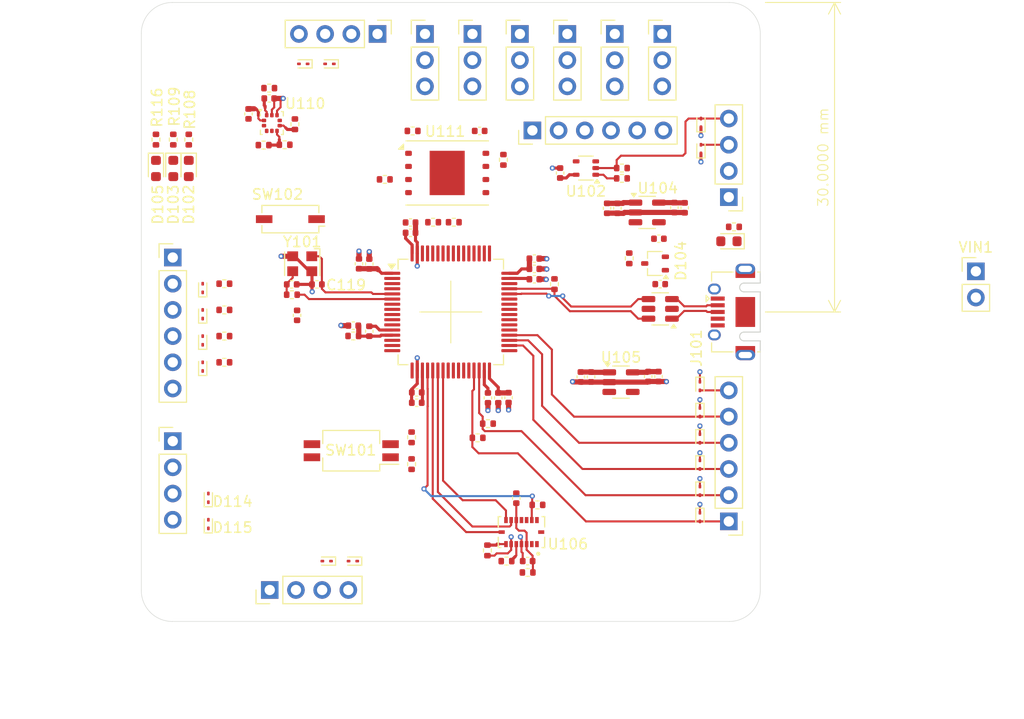
<source format=kicad_pcb>
(kicad_pcb (version 20240108) (generator "pcbnew") (generator_version "8.0")
  (layers (0 "F.Cu" signal) (1 "In1.Cu" signal) (2 "In2.Cu" signal) (31 "B.Cu" signal) (34 "B.Paste" user) (35 "F.Paste" user) (36 "B.SilkS" user "B.Silkscreen") (37 "F.SilkS" user "F.Silkscreen") (38 "B.Mask" user) (39 "F.Mask" user) (44 "Edge.Cuts" user))
  (net 0 "")
  (net 1 "VCC")
  (net 2 "GND")
  (net 3 "Net-(U101-VCAP_1)")
  (net 4 "Net-(U101-VCAP_2)")
  (net 5 "Net-(U104-BP)")
  (net 6 "VCC_ANA")
  (net 7 "VCC_UNREG")
  (net 8 "/UART1_TX")
  (net 9 "/NRST")
  (net 10 "/SWDIO")
  (net 11 "/SWDCLK")
  (net 12 "/Power Circuit/USB_PWR")
  (net 14 "Net-(U106-VDD)")
  (net 15 "/UART1_RX")
  (net 16 "/HSE_IN")
  (net 17 "/I2C1_SCL")
  (net 18 "/I2C1_SDA")
  (net 19 "Net-(U110-VDD)")
  (net 20 "/TIM1_CH1")
  (net 21 "/S_BUS_INV")
  (net 22 "/UART2_RX")
  (net 23 "/UART2_TX")
  (net 24 "/UART4_RX")
  (net 25 "/UART4_TX")
  (net 26 "Net-(Y101-CLK)")
  (net 27 "Net-(D104-Pad3)")
  (net 28 "/Power Circuit/USB_CONN_D-")
  (net 29 "/Power Circuit/USB_CONN_D+")
  (net 30 "/TIM8_CH1")
  (net 31 "/I2C2_SCL")
  (net 32 "/Flash_CS")
  (net 33 "/BOOT0")
  (net 34 "/TIM8_CH4")
  (net 35 "/BOOT1")
  (net 36 "/LED_A")
  (net 37 "/LED_B")
  (net 38 "/USB_D_N")
  (net 39 "/USB_D_P")
  (net 40 "/I2C2_SDA")
  (net 41 "/TIM4_CH3")
  (net 42 "Net-(U110-SA0)")
  (net 43 "Net-(U110-~{CS})")
  (net 44 "/TIM8_CH3")
  (net 45 "/SPI3_SCK")
  (net 46 "/SPI3_MISO")
  (net 47 "/TIM4_CH4")
  (net 48 "/Pressure_INT_DRDY")
  (net 49 "/UART3_TX")
  (net 50 "/SPI2_MISO")
  (net 51 "/SPI3_MOSI")
  (net 52 "/TIM8_CH2")
  (net 53 "/UART3_RX")
  (net 54 "/SPI2_SCK")
  (net 55 "/SPI2_MOSI")
  (net 56 "/SPI1_MISO")
  (net 57 "/SPI1_M0SI")
  (net 58 "/SPI1_SCK")
  (net 59 "/HSE_OUT")
  (net 60 "/ADC1_IN11")
  (net 61 "/ADC1_IN12")
  (net 62 "/LED_C")
  (net 63 "/ADC1_IN13")
  (net 64 "/CS_GYR")
  (net 65 "/FLASH_!WP")
  (net 66 "VDDA")
  (net 67 "Net-(U104-EN)")
  (net 68 "Net-(D101-K)")
  (net 69 "Net-(D102-K)")
  (net 70 "Net-(D103-K)")
  (net 71 "Net-(D105-K)")
  (net 72 "/CS_ACC")
  (net 73 "Net-(U111-~{HOLD}{slash}SIO3)")
  (net 74 "Net-(U106-PS)")
  (net 75 "/GYR_INT2")
  (net 76 "/ACC_INT2")
  (net 77 "/GYR_INT1")
  (net 78 "/ACC_INT1")
  (net 81 "Net-(D116-A2)")
  (net 82 "Net-(D117-A2)")
  (net 83 "Net-(D118-A2)")
  (net 84 "Net-(D119-A2)")
  (net 87 "Net-(CONN101-Pin_4)")
  (footprint "Connector_PinHeader_2.54mm:PinHeader_1x02_P2.54mm_Vertical" (layer "F.Cu") (at 80.9 26.06)
    (property "Reference" "VIN1")
    (property "Value" "Conn_01x02")
  )
  (footprint "Diode_SMD:D_SOD-923" (layer "F.Cu") (at 54.15 44.8 -90)
    (property "Reference" "D120" (hide yes))
    (property "Value" "ESD9B3.3ST5G")
  )
  (footprint "Package_SON:WSON-8-1EP_8x6mm_P1.27mm_EP3.4x4.3mm" (layer "F.Cu") (at 29.65 16.525)
    (property "Reference" "U111")
    (property "Value" "W25N01GVZEIG")
  )
  (footprint "Resistor_SMD:R_0402_1005Metric" (layer "F.Cu") (at 26.2 42.15 -90)
    (property "Reference" "R106" (hide yes))
    (property "Value" "10k")
  )
  (footprint "Button_Switch_SMD:SW_DIP_SPSTx02_Slide_Copal_CHS-02B_W7.62mm_P1.27mm" (layer "F.Cu") (at 20.35 43.45 180)
    (property "Reference" "SW101")
    (property "Value" "SW_DIP_x02")
  )
  (footprint "Diode_SMD:D_SOD-923" (layer "F.Cu") (at 18.24 5.95 180)
    (property "Reference" "D112" (hide yes))
    (property "Value" "ESD9B3.3ST5G")
  )
  (footprint "Capacitor_SMD:C_0402_1005Metric" (layer "F.Cu") (at 43.6 36.3 90)
    (property "Reference" "C117" (hide yes))
    (property "Value" "10uF")
  )
  (footprint "Diode_SMD:D_SOD-923" (layer "F.Cu") (at 5.95 30.22 90)
    (property "Reference" "D118" (hide yes))
    (property "Value" "ESD9B3.3ST5G")
  )
  (footprint "Diode_SMD:D_SOD-923" (layer "F.Cu") (at 5.95 35.3 90)
    (property "Reference" "D116" (hide yes))
    (property "Value" "ESD9B3.3ST5G")
  )
  (footprint "LED_SMD:LED_0603_1608Metric" (layer "F.Cu") (at 1.42 16.09 -90)
    (property "Reference" "D105")
    (property "Value" "BLU")
  )
  (footprint "Capacitor_SMD:C_0402_1005Metric" (layer "F.Cu") (at 50.175 22.9)
    (property "Reference" "C113" (hide yes))
    (property "Value" "10nF")
  )
  (footprint "Resistor_SMD:R_0402_1005Metric" (layer "F.Cu") (at 4.6 13.29 -90)
    (property "Reference" "R108")
    (property "Value" "1k5")
  )
  (footprint "Capacitor_SMD:C_0402_1005Metric" (layer "F.Cu") (at 32.8 12.45)
    (property "Reference" "C134" (hide yes))
    (property "Value" "100nF")
  )
  (footprint "Connector_PinHeader_2.54mm:PinHeader_1x04_P2.54mm_Vertical" (layer "F.Cu") (at 3.05 42.52)
    (property "Reference" "CONN105" (hide yes))
    (property "Value" "USART 4")
  )
  (footprint "Connector_PinHeader_2.54mm:PinHeader_1x06_P2.54mm_Vertical" (layer "F.Cu") (at 56.95 50.3 180)
    (property "Reference" "J102" (hide yes))
    (property "Value" "Flex-IO Port")
  )
  (footprint "Capacitor_SMD:C_0402_1005Metric" (layer "F.Cu") (at 49.1375 36.26 -90)
    (property "Reference" "C121" (hide yes))
    (property "Value" "10nF")
  )
  (footprint "MountingHole:MountingHole_2.7mm_M2.5" (layer "F.Cu") (at 4 56)
    (property "Reference" "REF**" (hide yes))
    (property "Value" "MountingHole_2.7mm_M2.5")
  )
  (footprint "Capacitor_SMD:C_0402_1005Metric" (layer "F.Cu") (at 12.4 9.3)
    (property "Reference" "C133" (hide yes))
    (property "Value" "100nF")
  )
  (footprint "Package_TO_SOT_SMD:SOT-323_SC-70" (layer "F.Cu") (at 49.8 25.3 180)
    (property "Reference" "D104")
    (property "Value" "BAT54CW")
  )
  (footprint "Resistor_SMD:R_0402_1005Metric" (layer "F.Cu") (at 30.29 21.3)
    (property "Reference" "R110" (hide yes))
    (property "Value" "2k2")
  )
  (footprint "SiGen:PQFN50P450X300X100-16N" (layer "F.Cu") (at 36.85 51.3375 180)
    (property "Reference" "U106")
    (property "Value" "BMI088")
  )
  (footprint "Resistor_SMD:R_0402_1005Metric" (layer "F.Cu") (at 12.4 8.3)
    (property "Reference" "L104" (hide yes))
    (property "Value" "300mA")
  )
  (footprint "Connector_PinHeader_2.54mm:PinHeader_1x03_P2.54mm_Vertical" (layer "F.Cu") (at 36.7 3.05)
    (property "Reference" "J106" (hide yes))
    (property "Value" "Servo 3")
  )
  (footprint "Resistor_SMD:R_0402_1005Metric" (layer "F.Cu") (at 20.55 32.325)
    (property "Reference" "L105" (hide yes))
    (property "Value" "300mA")
  )
  (footprint "Resistor_SMD:R_0402_1005Metric" (layer "F.Cu") (at 57.45 21.75)
    (property "Reference" "R107" (hide yes))
    (property "Value" "1k5")
  )
  (footprint "Diode_SMD:D_SOD-923" (layer "F.Cu") (at 54.25 14.21 90)
    (property "Reference" "D110" (hide yes))
    (property "Value" "ESD9B3.3ST5G")
  )
  (footprint "Resistor_SMD:R_0402_1005Metric" (layer "F.Cu") (at 3.1 13.29 -90)
    (property "Reference" "R109")
    (property "Value" "1k5")
  )
  (footprint "Diode_SMD:D_SOD-923" (layer "F.Cu") (at 6.5 48.02 90)
    (property "Reference" "D114")
    (property "Value" "ESD9B3.3ST5G")
  )
  (footprint "Diode_SMD:D_SOD-923" (layer "F.Cu") (at 54.25 11.67 90)
    (property "Reference" "D109" (hide yes))
    (property "Value" "ESD9B3.3ST5G")
  )
  (footprint "Connector_PinHeader_2.54mm:PinHeader_1x04_P2.54mm_Vertical" (layer "F.Cu") (at 56.95 18.87 180)
    (property "Reference" "CONN101" (hide yes))
    (property "Value" "SBUS1")
  )
  (footprint "Package_QFP:LQFP-64_10x10mm_P0.5mm" (layer "F.Cu") (at 30 30)
    (property "Reference" "U101" (hide yes))
    (property "Value" "STM32F405RGT6")
  )
  (footprint "Resistor_SMD:R_0402_1005Metric" (layer "F.Cu") (at 32.6 42.2)
    (property "Reference" "R112" (hide yes))
    (property "Value" "2k2")
  )
  (footprint "Resistor_SMD:R_0402_1005Metric" (layer "F.Cu") (at 23.6 17.15 180)
    (property "Reference" "R123" (hide yes))
    (property "Value" "10k")
  )
  (footprint "Resistor_SMD:R_0402_1005Metric" (layer "F.Cu") (at 14.6 28.325)
    (property "Reference" "R102" (hide yes))
    (property "Value" "620")
  )
  (footprint "Resistor_SMD:R_0402_1005Metric" (layer "F.Cu") (at 13.89 13.79)
    (property "Reference" "R120" (hide yes))
    (property "Value" "10k")
  )
  (footprint "LED_SMD:LED_0603_1608Metric" (layer "F.Cu") (at 4.6 16.09 -90)
    (property "Reference" "D102")
    (property "Value" "RED")
  )
  (footprint "Resistor_SMD:R_0402_1005Metric" (layer "F.Cu") (at 28.29 21.3 180)
    (property "Reference" "R111" (hide yes))
    (property "Value" "2k2")
  )
  (footprint "Capacitor_SMD:C_0402_1005Metric" (layer "F.Cu") (at 46.15 19.95 90)
    (property "Reference" "C111" (hide yes))
    (property "Value" "10uF")
  )
  (footprint "Capacitor_SMD:C_0402_1005Metric" (layer "F.Cu") (at 22.1 31.865 -90)
    (property "Reference" "C142" (hide yes))
    (property "Value" "2u2F")
  )
  (footprint "Diode_SMD:D_SOD-923" (layer "F.Cu") (at 54.15 47.34 -90)
    (property "Reference" "D121" (hide yes))
    (property "Value" "ESD9B3.3ST5G")
  )
  (footprint "Capacitor_SMD:C_0402_1005Metric" (layer "F.Cu") (at 26.7 37.8)
    (property "Reference" "C138" (hide yes))
    (property "Value" "10nF")
  )
  (footprint "Resistor_SMD:R_0402_1005Metric" (layer "F.Cu") (at 33.6 40.825)
    (property "Reference" "R113" (hide yes))
    (property "Value" "2k2")
  )
  (footprint "MountingHole:MountingHole_2.7mm_M2.5" (layer "F.Cu") (at 56 56)
    (property "Reference" "REF**" (hide yes))
    (property "Value" "MountingHole_2.7mm_M2.5")
  )
  (footprint "Capacitor_SMD:C_0402_1005Metric" (layer "F.Cu") (at 21.1 25.325 -90)
    (property "Reference" "C103" (hide yes))
    (property "Value" "100nF")
  )
  (footprint "Button_Switch_SMD:SW_DIP_SPSTx01_Slide_Copal_CHS-01A_W5.08mm_P1.27mm_JPin" (layer "F.Cu") (at 14.45 21 180)
    (property "Reference" "SW102")
    (property "Value" "RESET13")
  )
  (footprint "Package_TO_SOT_SMD:SOT-23-6" (layer "F.Cu") (at 50.3 29.7 180)
    (property "Reference" "U103" (hide yes))
    (property "Value" "USBLC6-2SC6")
  )
  (footprint "Resistor_SMD:R_0402_1005Metric" (layer "F.Cu") (at 1.42 13.29 -90)
    (property "Reference" "R116")
    (property "Value" "1k5")
  )
  (footprint "Capacitor_SMD:C_0402_1005Metric" (layer "F.Cu") (at 14.58 27.325 180)
    (property "Reference" "C122" (hide yes))
    (property "Value" "10pF")
  )
  (footprint "Resistor_SMD:R_0402_1005Metric" (layer "F.Cu") (at 37.45 55.25)
    (property "Reference" "L102" (hide yes))
    (property "Value" "300mA")
  )
  (footprint "Diode_SMD:D_SOD-923" (layer "F.Cu") (at 54.15 37.18 -90)
    (property "Reference" "D123" (hide yes))
    (property "Value" "ESD9B3.3ST5G")
  )
  (footprint "Diode_SMD:D_SOD-923" (layer "F.Cu") (at 54.15 42.26 -90)
    (property "Reference" "D108" (hide yes))
    (property "Value" "ESD9B3.3ST5G")
  )
  (footprint "Connector_PinHeader_2.54mm:PinHeader_1x03_P2.54mm_Vertical" (layer "F.Cu") (at 32.1 3.05)
    (property "Reference" "J105" (hide yes))
    (property "Value" "Servo 2")
  )
  (footprint "Package_TO_SOT_SMD:SOT-23-5" (layer "F.Cu") (at 46.5 36.8)
    (property "Reference" "U105")
    (property "Value" "SE5218ALG-LF")
  )
  (footprint "Capacitor_SMD:C_0402_1005Metric" (layer "F.Cu") (at 51.675 19.88 -90)
    (property "Reference" "C114" (hide yes))
    (property "Value" "10nF")
  )
  (footprint "Resistor_SMD:R_0402_1005Metric" (layer "F.Cu") (at 8.05 29.8 180)
    (property "Reference" "R115" (hide yes))
    (property "Value" "1k")
  )
  (footprint "LED_SMD:LED_0603_1608Metric" (layer "F.Cu") (at 56.9625 23.145 180)
    (property "Reference" "D101" (hide yes))
    (property "Value" "GRN")
  )
  (footprint "MountingHole:MountingHole_2.7mm_M2.5" (layer "F.Cu") (at 56 4)
    (property "Reference" "REF**" (hide yes))
    (property "Value" "MountingHole_2.7mm_M2.5")
  )
  (footprint "Package_LGA:ST_HLGA-10_2x2mm_P0.5mm_LayoutBorder3x2y" (layer "F.Cu") (at 12.655 11.685)
    (property "Reference" "U110")
    (property "Value" "LPS22HH")
  )
  (footprint "Oscillator:Oscillator_SMD_Kyocera_KC2520Z-4Pin_2.5x2.0mm" (layer "F.Cu") (at 15.6 25.325 -90)
    (property "Reference" "Y101")
    (property "Value" "25MHz")
  )
  (footprint "Connector_PinHeader_2.54mm:PinHeader_1x03_P2.54mm_Vertical" (layer "F.Cu") (at 41.3 3.05)
    (property "Reference" "J107" (hide yes))
    (property "Value" "Servo 4")
  )
  (footprint "Capacitor_SMD:C_0402_1005Metric" (layer "F.Cu") (at 33.6 38.325 -90)
    (property "Reference" "C101" (hide yes))
    (property "Value" "2u2F")
  )
  (footprint "Capacitor_SMD:C_0402_1005Metric" (layer "F.Cu") (at 52.675 19.9 90)
    (property "Reference" "C115" (hide yes))
    (property "Value" "10uF")
  )
  (footprint "Capacitor_SMD:C_0402_1005Metric" (layer "F.Cu") (at 34.6 38.325 90)
    (property "Reference" "C139" (hide yes))
    (property "Value" "10nF")
  )
  (footprint "Connector_PinHeader_2.54mm:PinHeader_1x06_P2.54mm_Vertical" (layer "F.Cu") (at 37.91 12.4 90)
    (property "Reference" "J110" (hide yes))
    (property "Value" "SWD")
  )
  (footprint "Package_TO_SOT_SMD:SOT-23-5" (layer "F.Cu") (at 49.0375 20.35)
    (property "Reference" "U104")
    (property "Value" "SE5218ALG-LF")
  )
  (footprint "Resistor_SMD:R_0402_1005Metric" (layer "F.Cu") (at 46.59 16.05 180)
    (property "Reference" "R103" (hide yes))
    (property "Value" "10k")
  )
  (footprint "Capacitor_SMD:C_0402_1005Metric" (layer "F.Cu") (at 50.3 27.3)
    (property "Reference" "C116" (hide yes))
    (property "Value" "100nF")
  )
  (footprint "Diode_SMD:D_SOD-923" (layer "F.Cu") (at 54.15 49.88 -90)
    (property "Reference" "D122" (hide yes))
    (property "Value" "ESD9B3.3ST5G")
  )
  (footprint "Capacitor_SMD:C_0402_1005Metric" (layer "F.Cu") (at 35.6 38.305 90)
    (property "Reference" "C107" (hide yes))
    (property "Value" "100nF")
  )
  (footprint "Diode_SMD:D_SOD-923" (layer "F.Cu") (at 15.7 5.95 180)
    (property "Reference" "D113" (hide yes))
    (property "Value" "ESD9B3.3ST5G")
  )
  (footprint "Resistor_SMD:R_0402_1005Metric" (layer "F.Cu") (at 47.3 24.8 90)
    (property "Reference" "L101" (hide yes))
    (property "Value" "300mA")
  )
  (footprint "Connector_PinHeader_2.54mm:PinHeader_1x04_P2.54mm_Vertical" (layer "F.Cu") (at 12.45 56.95 90)
    (property "Reference" "CONN104" (hide yes))
    (property "Value" "USART 2")
  )
  (footprint "Resistor_SMD:R_0402_1005Metric" (layer "F.Cu") (at 38.4 48.7)
    (property "Reference" "R118" (hide yes))
    (property "Value" "10k")
  )
  (footprint "Capacitor_SMD:C_0402_1005Metric" (layer "F.Cu") (at 15.1 30.325 90)
    (property "Reference" "C135" (hide yes))
    (property "Value" "100nF")
  )
  (footprint "Capacitor_SMD:C_0402_1005Metric" (layer "F.Cu") (at 36.35 48.05 -90)
    (property "Reference" "C125" (hide yes))
    (property "Value" "100nF")
  )
  (footprint "Capacitor_SMD:C_0402_1005Metric" (layer "F.Cu") (at 26.7 38.8)
    (property "Reference" "C108" (hide yes))
    (property "Value" "100nF")
  )
  (footprint "Diode_SMD:D_SOD-923" (layer "F.Cu") (at 5.95 27.68 90)
    (property "Reference" "D119" (hide yes))
    (property "Value" "ESD9B3.3ST5G")
  )
  (footprint "Diode_SMD:D_SOD-923" (layer "F.Cu") (at 54.15 39.72 -90)
    (property "Reference" "D107" (hide yes))
    (property "Value" "ESD9B3.3ST5G")
  )
  (footprint "Resistor_SMD:R_0402_1005Metric" (layer "F.Cu") (at 40.05 27.3 90)
    (property "Reference" "R101" (hide yes))
    (property "Value" "1k5")
  )
  (footprint "Connector_USB:USB_Micro-AB_Molex_47590-0001" (layer "F.Cu") (at 58.55 30 90)
    (property "Reference" "J101")
    (property "Value" "USB_B_Micro")
    (fp_line (start 2.8 -0.125) (end 2.8 1.45) (stroke (width 0.1)) (layer "Edge.Cuts"))
    (fp_line (start 1.95 -0.125) (end 1.95 1.45) (stroke (width 0.1)) (layer "Edge.Cuts"))
    (fp_line (start -1.95 -0.125) (end -1.95 1.45) (stroke (width 0.1)) (layer "Edge.Cuts"))
    (fp_line (start -2.8 -0.125) (end -2.8 1.45) (stroke (width 0.1)) (layer "Edge.Cuts"))
    (fp_line (start 2.8 1.45) (end 3.75 1.45) (stroke (width 0.1)) (layer "Edge.Cuts"))
    (fp_line (start -1.95 1.45) (end 1.95 1.45) (stroke (width 0.1)) (layer "Edge.Cuts"))
    (fp_line (start -3.75 1.45) (end -2.8 1.45) (stroke (width 0.1)) (layer "Edge.Cuts"))
    (fp_arc (start 1.95 -0.125) (mid 2.375 -0.55) (end 2.8 -0.125) (stroke (width 0.1)) (layer "Edge.Cuts"))
    (fp_arc (start -2.8 -0.125) (mid -2.375 -0.55) (end -1.95 -0.125) (stroke (width 0.1)) (layer "Edge.Cuts"))
  )
  (footprint "LED_SMD:LED_0603_1608Metric" (layer "F.Cu") (at 3.1 16.09 -90)
    (property "Reference" "D103")
    (property "Value" "BLU")
  )
  (footprint "Capacitor_SMD:C_0402_1005Metric" (layer "F.Cu") (at 38.1 24.825 180)
    (property "Reference" "C106" (hide yes))
    (property "Value" "100nF")
  )
  (footprint "Package_TO_SOT_SMD:SOT-353_SC-70-5" (layer "F.Cu") (at 43.1 16.05 180)
    (property "Reference" "U102")
    (property "Value" "XOR")
  )
  (footprint "Capacitor_SMD:C_0402_1005Metric" (layer "F.Cu") (at 22.1 25.345 -90)
    (property "Reference" "C110" (hide yes))
    (property "Value" "2u2F")
  )
  (footprint "Diode_SMD:D_SOD-923" (layer "F.Cu") (at 6.5 50.56 90)
    (property "Reference" "D115")
    (property "Value" "ESD9B3.3ST5G")
  )
  (footprint "Capacitor_SMD:C_0402_1005Metric" (layer "F.Cu") (at 20.55 31.325)
    (property "Reference" "C141" (hide yes))
    (property "Value" "100nF")
  )
  (footprint "Capacitor_SMD:C_0402_1005Metric" (layer "F.Cu") (at 17.025 27.325)
    (property "Reference" "C119")
    (property "Value" "10pF")
  )
  (footprint "Resistor_SMD:R_0402_1005Metric" (layer "F.Cu") (at 35.1 15.25 90)
    (property "Reference" "R124" (hide yes))
    (property "Value" "10k")
  )
  (footprint "Resistor_SMD:R_0402_1005Metric" (layer "F.Cu") (at 26.2 44.75 90)
    (property "Reference" "R105" (hide yes))
    (property "Value" "10k")
  )
  (footprint "Resistor_SMD:R_0402_1005Metric" (layer "F.Cu") (at 14.89 11.8 90)
    (property "Reference" "R121" (hide yes))
    (property "Value" "10k")
  )
  (footprint "Connector_PinHeader_2.54mm:PinHeader_1x03_P2.54mm_Vertical" (layer "F.Cu") (at 27.5 3.05)
    (property "Reference" "J104" (hide yes))
    (property "Value" "Servo 1")
  )
  (footprint "Connector_PinHeader_2.54mm:PinHeader_1x03_P2.54mm_Vertical" (layer "F.Cu") (at 45.9 3.05)
    (property "Reference" "J108" (hide yes))
    (property "Value" "Servo 5")
  )
  (footprint "Diode_SMD:D_SOD-923" (layer "F.Cu") (at 5.95 32.76 90)
    (property "Reference" "D117" (hide yes))
    (property "Value" "ESD9B3.3ST5G")
  )
  (footprint "Diode_SMD:D_SOD-923" (layer "F.Cu") (at 20.51 54.15 180)
    (property "Reference" "D106" (hide yes))
    (property "Value" "ESD9B3.3ST5G")
  )
  (footprint "Diode_SMD:D_SOD-923" (layer "F.Cu") (at 17.97 54.15 180)
    (property "Reference" "D111" (hide yes))
    (property "Value" "ESD9B3.3ST5G")
  )
  (footprint "Capacitor_SMD:C_0402_1005Metric" (layer "F.Cu") (at 26.1 21.325 180)
    (property "Reference" "C104" (hide yes))
    (property "Value" "100nF")
  )
  (footprint "Connector_PinHeader_2.54mm:PinHeader_1x06_P2.54mm_Vertical" (layer "F.Cu") (at 3.05 24.72)
    (property "Reference" "J103" (hide yes))
    (property "Value" "ADC Port Functions")
  )
  (footprint "Capacitor_SMD:C_0402_1005Metric" (layer "F.Cu") (at 50.1375 36.26 90)
    (property "Reference" "C123" (hide yes))
    (property "Value" "10uF")
  )
  (footprint "Resistor_SMD:R_0402_1005Metric" (layer "F.Cu") (at 8.05 32.34 180)
    (property "Reference" "R126" (hide yes))
    (property "Value" "1k")
  )
  (footprint "Resistor_SMD:R_0402_1005Metric" (layer "F.Cu") (at 26.3 12.45)
    (property "Reference" "R122" (hide yes))
    (property "Value" "10k")
  )
  (footprint "Resistor_SMD:R_0402_1005Metric" (layer "F.Cu") (at 11.855 13.8225)
    (property "Reference" "R119" (hide yes))
    (property "Value" "10k")
  )
  (footprint "Connector_PinHeader_2.54mm:PinHeader_1x03_P2.54mm_Vertical" (layer "F.Cu") (at 50.5 3.05)
    (property "Reference" "J109" (hide yes))
    (property "Value" "Servo 6")
  )
  (footprint "Connector_PinHeader_2.54mm:PinHeader_1x04_P2.54mm_Vertical" (layer "F.Cu") (at 22.9 3.05 -90)
    (property "Reference" "CONN102" (hide yes))
    (property "Value" "USART 3")
  )
  (footprint "MountingHole:MountingHole_2.7mm_M2.5" (layer "F.Cu") (at 4 4)
    (property "Reference" "REF**" (hide yes))
    (property "Value" "MountingHole_2.7mm_M2.5")
  )
  (footprint "Capacitor_SMD:C_0402_1005Metric" (layer "F.Cu") (at 38.1 25.825 180)
    (property "Reference" "C109" (hide yes))
    (property "Value" "10nF")
  )
  (footprint "Capacitor_SMD:C_0402_1005Metric" (layer "F.Cu") (at 26.1 22.325 180)
    (property "Reference" "C140" (hide yes))
    (property "Value" "10nF")
  )
  (footprint "Capacitor_SMD:C_0402_1005Metric" (layer "F.Cu") (at 10.39 10.8 -90)
    (property "Reference" "C132" (hide yes))
    (property "Value" "100nF")
  )
  (footprint "Resistor_SMD:R_0402_1005Metric" (layer "F.Cu") (at 8.05 34.88 180)
    (property "Reference" "R127" (hide yes))
    (property "Value" "1k")
  )
  (footprint "Resistor_SMD:R_0402_1005Metric" (layer "F.Cu") (at 33.55 53.11 -90)
    (property "Reference" "R125" (hide yes))
    (property "Value" "0R")
  )
  (footprint "Resistor_SMD:R_0402_1005Metric" (layer "F.Cu") (at 8.05 27.26)
    (property "Reference" "R114" (hide yes))
    (property "Value" "1k")
  )
  (footprint "Capacitor_SMD:C_0402_1005Metric" (layer "F.Cu") (at 38.1 26.825)
    (property "Reference" "C102" (hide yes))
    (property "Value" "2u2F")
  )
  (footprint "Resistor_SMD:R_0402_1005Metric" (layer "F.Cu") (at 35.4 54.15 180)
    (property "Reference" "R117" (hide yes))
    (property "Value" "10k")
  )
  (footprint "Resistor_SMD:R_0402_1005Metric" (layer "F.Cu") (at 46.59 17.05 180)
    (property "Reference" "R104" (hide yes))
    (property "Value" "10k")
  )
  (footprint "Capacitor_SMD:C_0402_1005Metric" (layer "F.Cu") (at 40.6 16.53 90)
    (property "Reference" "C105" (hide yes))
    (property "Value" "100nF")
  )
  (footprint "Capacitor_SMD:C_0402_1005Metric" (layer "F.Cu") (at 45.15 19.95 90)
    (property "Reference" "C112" (hide yes))
    (property "Value" "10nF")
  )
  (footprint "Capacitor_SMD:C_0402_1005Metric" (layer "F.Cu") (at 42.6 36.3 90)
    (property "Reference" "C118" (hide yes))
    (property "Value" "10nF")
  )
  (footprint "Capacitor_SMD:C_0402_1005Metric" (layer "F.Cu") (at 37.45 54.15)
    (property "Reference" "C124" (hide yes))
    (property "Value" "100nF")
  )
  (gr_line (start 27 30) (end 33 30) (stroke (width 0.1)) (layer "F.SilkS"))
  (gr_line (start 30 27) (end 30 33) (stroke (width 0.1)) (layer "F.SilkS"))
  (gr_arc (start 3 60) (mid 0.87868 59.12132) (end 0 57) (stroke (width 0.05)) (layer "Edge.Cuts"))
  (gr_arc (start 57 0) (mid 59.12132 0.87868) (end 60 3) (stroke (width 0.05)) (layer "Edge.Cuts"))
  (gr_line (start 57 60) (end 3 60) (stroke (width 0.05)) (layer "Edge.Cuts"))
  (gr_line (start 60 3) (end 60 26.25) (stroke (width 0.05)) (layer "Edge.Cuts"))
  (gr_line (start 0 57) (end 0 3) (stroke (width 0.05)) (layer "Edge.Cuts"))
  (gr_line (start 60 33.75) (end 60 57) (stroke (width 0.05)) (layer "Edge.Cuts"))
  (gr_arc (start 0 3) (mid 0.87868 0.87868) (end 3 0) (stroke (width 0.05)) (layer "Edge.Cuts"))
  (gr_line (start 3 0) (end 57 0) (stroke (width 0.05)) (layer "Edge.Cuts"))
  (gr_arc (start 60 57) (mid 59.12132 59.12132) (end 57 60) (stroke (width 0.05)) (layer "Edge.Cuts"))
  (dimension (type aligned) (layer "F.SilkS") (pts (xy 60 0) (xy 60 30)) (height -7.2) (gr_text "30.0000 mm" (at 66.1 15 90) (layer "F.SilkS") (effects (font (size 1 1) (thickness 0.1)))) (format (prefix "") (suffix "") (units 3) (units_format 1) (precision 4)) (style (thickness 0.1) (arrow_length 1.27) (text_position_mode 0) (extension_height 0.58642) (extension_offset 0.5) keep_text_aligned))
  (segment (start 35.675 26.25) (end 36.45 26.25) (width 0.3) (layer "F.Cu") (net 1))
  (segment (start 26.25 24.325) (end 26.25 23.5) (width 0.3) (layer "F.Cu") (net 1))
  (segment (start 36.45 26.25) (end 36.875 25.825) (width 0.3) (layer "F.Cu") (net 1))
  (segment (start 40.6 17.01) (end 41.19 17.01) (width 0.3) (layer "F.Cu") (net 1))
  (segment (start 22.855 25.805) (end 21.1 25.805) (width 0.5) (layer "F.Cu") (net 1))
  (segment (start 41.19 17.01) (end 41.5 16.7) (width 0.3) (layer "F.Cu") (net 1))
  (segment (start 33.75 36.45) (end 34.6 37.3) (width 0.3) (layer "F.Cu") (net 1))
  (segment (start 25.62 22.87) (end 25.62 22.325) (width 0.3) (layer "F.Cu") (net 1))
  (segment (start 51.695 19.42) (end 51.675 19.4) (width 0.5) (layer "F.Cu") (net 1))
  (segment (start 52.675 19.42) (end 51.695 19.42) (width 0.5) (layer "F.Cu") (net 1))
  (segment (start 22.95 25.9) (end 23.3 26.25) (width 0.3) (layer "F.Cu") (net 1))
  (segment (start 50.175 19.4) (end 51.675 19.4) (width 0.5) (layer "F.Cu") (net 1))
  (segment (start 41.5 16.7) (end 42.15 16.7) (width 0.3) (layer "F.Cu") (net 1))
  (segment (start 23.3 26.25) (end 24.325 26.25) (width 0.3) (layer "F.Cu") (net 1))
  (segment (start 22.95 25.9) (end 22.855 25.805) (width 0.5) (layer "F.Cu") (net 1))
  (segment (start 34.6 37.845) (end 35.58 37.845) (width 0.5) (layer "F.Cu") (net 1))
  (segment (start 26.25 23.5) (end 25.62 22.87) (width 0.3) (layer "F.Cu") (net 1))
  (segment (start 36.875 25.825) (end 37.62 25.825) (width 0.3) (layer "F.Cu") (net 1))
  (segment (start 35.58 37.845) (end 35.6 37.825) (width 0.5) (layer "F.Cu") (net 1))
  (segment (start 34.6 37.3) (end 34.6 37.845) (width 0.3) (layer "F.Cu") (net 1))
  (segment (start 33.75 35.675) (end 33.75 36.45) (width 0.3) (layer "F.Cu") (net 1))
  (segment (start 37.62 25.825) (end 37.62 24.825) (width 0.5) (layer "F.Cu") (net 1))
  (segment (start 27.25 35.675) (end 27.25 38.75) (width 0.3) (layer "F.Cu") (net 1))
  (segment (start 42.6 36.78) (end 41.83 36.78) (width 0.5) (layer "F.Cu") (net 2))
  (segment (start 52.655 20.36) (end 52.675 20.38) (width 0.5) (layer "F.Cu") (net 2))
  (segment (start 54.25 12.09) (end 54.25 12.9) (width 0.3) (layer "F.Cu") (net 2))
  (segment (start 26.75 24.325) (end 26.75 25.55) (width 0.3) (layer "F.Cu") (net 2))
  (segment (start 14.675 24.6) (end 13.55 24.6) (width 0.5) (layer "F.Cu") (net 2))
  (segment (start 39.225 26.825) (end 39.25 26.85) (width 0.5) (layer "F.Cu") (net 2))
  (segment (start 21.1 24.845) (end 21.1 24.1) (width 0.5) (layer "F.Cu") (net 2))
  (segment (start 16.3 26.05) (end 14.85 24.6) (width 0.3) (layer "F.Cu") (net 2))
  (segment (start 16.545 26.07) (end 16.525 26.05) (width 0.3) (layer "F.Cu") (net 2))
  (segment (start 13.5 9.55) (end 13.5 10.15) (width 0.2) (layer "F.Cu") (net 2))
  (segment (start 54.15 44.38) (end 54.15 43.65) (width 0.2) (layer "F.Cu") (net 2))
  (segment (start 54.15 46.92) (end 54.15 46.15) (width 0.2) (layer "F.Cu") (net 2))
  (segment (start 36.97 53.37) (end 36.85 53.25) (width 0.2) (layer "F.Cu") (net 2))
  (segment (start 41.83 36.78) (end 41.8 36.75) (width 0.5) (layer "F.Cu") (net 2))
  (segment (start 12.88 9.3) (end 13.75 9.3) (width 0.5) (layer "F.Cu") (net 2))
  (segment (start 46.84 20.35) (end 47.9 20.35) (width 0.5) (layer "F.Cu") (net 2))
  (segment (start 54.15 36.76) (end 54.15 35.8) (width 0.2) (layer "F.Cu") (net 2))
  (segment (start 26.75 36.95) (end 26.2 37.5) (width 0.3) (layer "F.Cu") (net 2))
  (segment (start 14.85 24.6) (end 14.675 24.6) (width 0.3) (layer "F.Cu") (net 2))
  (segment (start 13.155 10.495) (end 13.155 10.9225) (width 0.2) (layer "F.Cu") (net 2))
  (segment (start 45.3625 36.8) (end 42.62 36.8) (width 0.5) (layer "F.Cu") (net 2))
  (segment (start 35.6 38.785) (end 35.6 39.5) (width 0.5) (layer "F.Cu") (net 2))
  (segment (start 16.563909 28.036091) (end 16.545 28.017182) (width 0.3) (layer "F.Cu") (net 2))
  (segment (start 36.85 51.9) (end 36.75 51.8) (width 0.2) (layer "F.Cu") (net 2))
  (segment (start 34.45 53.4) (end 34.23 53.62) (width 0.2) (layer "F.Cu") (net 2))
  (segment (start 36.85 52.5025) (end 36.85 51.9) (width 0.2) (layer "F.Cu") (net 2))
  (segment (start 42.62 36.8) (end 42.6 36.78) (width 0.5) (layer "F.Cu") (net 2))
  (segment (start 12.655 10.9225) (end 12.655 10.395) (width 0.2) (layer "F.Cu") (net 2))
  (segment (start 26.75 35.675) (end 26.75 34.45) (width 0.3) (layer "F.Cu") (net 2))
  (segment (start 45.175 20.42) (end 46.155 20.42) (width 0.5) (layer "F.Cu") (net 2))
  (segment (start 36.85 53.25) (end 36.85 52.5025) (width 0.2) (layer "F.Cu") (net 2))
  (segment (start 40.6 16.05) (end 39.85 16.05) (width 0.3) (layer "F.Cu") (net 2))
  (segment (start 36.97 54.15) (end 36.97 53.37) (width 0.2) (layer "F.Cu") (net 2))
  (segment (start 38.58 25.825) (end 39.275 25.825) (width 0.5) (layer "F.Cu") (net 2))
  (segment (start 49.1375 36.74) (end 49.0775 36.8) (width 0.5) (layer "F.Cu") (net 2))
  (segment (start 46.75 20.44) (end 46.84 20.35) (width 0.5) (layer "F.Cu") (net 2))
  (segment (start 49.1375 36.74) (end 50.1375 36.74) (width 0.5) (layer "F.Cu") (net 2))
  (segment (start 39.275 24.825) (end 39.3 24.85) (width 0.5) (layer "F.Cu") (net 2))
  (segment (start 19.375 31.325) (end 19.35 31.3) (width 0.5) (layer "F.Cu") (net 2))
  (segment (start 54.15 49.46) (end 54.15 48.65) (width 0.2) (layer "F.Cu") (net 2))
  (segment (start 34.6 38.805) (end 34.6 39.55) (width 0.5) (layer "F.Cu") (net 2))
  (segment (start 33.6 38.805) (end 33.6 39.55) (width 0.5) (layer "F.Cu") (net 2))
  (segment (start 22.735 31.385) (end 22.1 31.385) (width 0.3) (layer "F.Cu") (net 2))
  (segment (start 13.5 10.15) (end 13.155 10.495) (width 0.2) (layer "F.Cu") (net 2))
  (segment (start 20.07 31.325) (end 19.375 31.325) (width 0.5) (layer "F.Cu") (net 2))
  (segment (start 35.85 53.0725) (end 35.5225 53.4) (width 0.2) (layer "F.Cu") (net 2))
  (segment (start 12.655 10.395) (end 12.88 10.17) (width 0.2) (layer "F.Cu") (net 2))
  (segment (start 26.58 23.08) (end 26.58 22.325) (width 0.3) (layer "F.Cu") (net 2))
  (segment (start 54.25 14.63) (end 54.25 15.45) (width 0.3) (layer "F.Cu") (net 2))
  (segment (start 26.2 37.5) (end 26.2 38.78) (width 0.3) (layer "F.Cu") (net 2))
  (segment (start 51.665 20.35) (end 51.675 20.36) (width 0.5) (layer "F.Cu") (net 2))
  (segment (start 23.1 31.75) (end 22.735 31.385) (width 0.3) (layer "F.Cu") (net 2))
  (segment (start 26.58 22.325) (end 26.58 21.325) (width 0.5) (layer "F.Cu") (net 2))
  (segment (start 38.58 26.825) (end 39.225 26.825) (width 0.5) (layer "F.Cu") (net 2))
  (segment (start 16.525 26.05) (end 16.3 26.05) (width 0.3) (layer "F.Cu") (net 2))
  (segment (start 39.275 25.825) (end 39.3 25.85) (width 0.5) (layer "F.Cu") (net 2))
  (segment (start 34.23 53.62) (end 33.55 53.62) (width 0.2) (layer "F.Cu") (net 2))
  (segment (start 38.58 24.825) (end 39.275 24.825) (width 0.5) (layer "F.Cu") (net 2))
  (segment (start 26.2 38.78) (end 26.22 38.8) (width 0.3) (layer "F.Cu") (net 2))
  (segment (start 24.325 31.75) (end 23.1 31.75) (width 0.3) (layer "F.Cu") (net 2))
  (segment (start 35.85 52.5025) (end 35.85 53.0725) (width 0.2) (layer "F.Cu") (net 2))
  (segment (start 26.75 35.675) (end 26.75 36.95) (width 0.3) (layer "F.Cu") (net 2))
  (segment (start 26.75 24.325) (end 26.75 23.25) (width 0.3) (layer "F.Cu") (net 2))
  (segment (start 35.85 52.5025) (end 35.85 51.8) (width 0.2) (layer "F.Cu") (net 2))
  (segment (start 46.155 20.42) (end 46.175 20.44) (width 0.5) (layer "F.Cu") (net 2))
  (segment (start 12.88 10.17) (end 12.88 9.3) (width 0.2) (layer "F.Cu") (net 2))
  (segment (start 54.15 41.84) (end 54.15 41.05) (width 0.2) (layer "F.Cu") (net 2))
  (segment (start 26.75 23.25) (end 26.58 23.08) (width 0.3) (layer "F.Cu") (net 2))
  (segment (start 50.89 36.74) (end 50.9 36.75) (width 0.5) (layer "F.Cu") (net 2))
  (segment (start 16.545 27.325) (end 16.545 26.07) (width 0.3) (layer "F.Cu") (net 2))
  (segment (start 16.545 28.017182) (end 16.545 27.325) (width 0.3) (layer "F.Cu") (net 2))
  (segment (start 54.15 39.3) (end 54.15 38.5) (width 0.2) (layer "F.Cu") (net 2))
  (segment (start 35.5225 53.4) (end 34.45 53.4) (width 0.2) (layer "F.Cu") (net 2))
  (segment (start 50.1375 36.74) (end 50.89 36.74) (width 0.5) (layer "F.Cu") (net 2))
  (segment (start 46.175 20.44) (end 46.75 20.44) (width 0.5) (layer "F.Cu") (net 2))
  (segment (start 47.9 20.35) (end 51.665 20.35) (width 0.5) (layer "F.Cu") (net 2))
  (segment (start 15.06 27.325) (end 16.545 27.325) (width 0.3) (layer "F.Cu") (net 2))
  (segment (start 49.0775 36.8) (end 45.3625 36.8) (width 0.5) (layer "F.Cu") (net 2))
  (segment (start 22.1 24.865) (end 22.1 24.15) (width 0.5) (layer "F.Cu") (net 2))
  (segment (start 51.675 20.36) (end 52.655 20.36) (width 0.5) (layer "F.Cu") (net 2))
  (segment (start 13.75 9.3) (end 13.5 9.55) (width 0.2) (layer "F.Cu") (net 2))
  (via (at 54.25 15.45) (size 0.5) (drill 0.25) (layers "F.Cu" "B.Cu") (net 2))
  (via (at 41.8 36.75) (size 0.5) (drill 0.25) (layers "F.Cu" "B.Cu") (net 2))
  (via (at 13.75 9.3) (size 0.5) (drill 0.25) (layers "F.Cu" "B.Cu") (net 2))
  (via (at 54.15 46.15) (size 0.5) (drill 0.25) (layers "F.Cu" "B.Cu") (net 2))
  (via (at 22.1 24.15) (size 0.5) (drill 0.25) (layers "F.Cu" "B.Cu") (net 2))
  (via (at 26.75 34.45) (size 0.5) (drill 0.25) (layers "F.Cu" "B.Cu") (net 2))
  (via (at 19.35 31.3) (size 0.5) (drill 0.25) (layers "F.Cu" "B.Cu") (net 2))
  (via (at 39.3 25.85) (size 0.5) (drill 0.25) (layers "F.Cu" "B.Cu") (net 2))
  (via (at 50.9 36.75) (size 0.5) (drill 0.25) (layers "F.Cu" "B.Cu") (net 2))
  (via (at 54.15 48.65) (size 0.5) (drill 0.25) (layers "F.Cu" "B.Cu") (net 2))
  (via (at 13.55 24.6) (size 0.5) (drill 0.25) (layers "F.Cu" "B.Cu") (net 2))
  (via (at 39.85 16.05) (size 0.5) (drill 0.25) (layers "F.Cu" "B.Cu") (net 2))
  (via (at 54.15 38.5) (size 0.5) (drill 0.25) (layers "F.Cu" "B.Cu") (net 2))
  (via (at 39.3 24.85) (size 0.5) (drill 0.25) (layers "F.Cu" "B.Cu") (net 2))
  (via (at 54.15 41.05) (size 0.5) (drill 0.25) (layers "F.Cu" "B.Cu") (net 2))
  (via (at 26.75 25.55) (size 0.5) (drill 0.25) (layers "F.Cu" "B.Cu") (net 2))
  (via (at 16.563909 28.036091) (size 0.5) (drill 0.25) (layers "F.Cu" "B.Cu") (net 2))
  (via (at 34.6 39.55) (size 0.5) (drill 0.25) (layers "F.Cu" "B.Cu") (net 2))
  (via (at 35.85 51.8) (size 0.5) (drill 0.25) (layers "F.Cu" "B.Cu") (net 2))
  (via (at 54.15 43.65) (size 0.5) (drill 0.25) (layers "F.Cu" "B.Cu") (net 2))
  (via (at 39.25 26.85) (size 0.5) (drill 0.25) (layers "F.Cu" "B.Cu") (net 2))
  (via (at 54.25 12.9) (size 0.5) (drill 0.25) (layers "F.Cu" "B.Cu") (net 2))
  (via (at 54.15 35.8) (size 0.5) (drill 0.25) (layers "F.Cu" "B.Cu") (net 2))
  (via (at 33.6 39.55) (size 0.5) (drill 0.25) (layers "F.Cu" "B.Cu") (net 2))
  (via (at 21.1 24.1) (size 0.5) (drill 0.25) (layers "F.Cu" "B.Cu") (net 2))
  (via (at 36.75 51.8) (size 0.5) (drill 0.25) (layers "F.Cu" "B.Cu") (net 2))
  (via (at 35.6 39.5) (size 0.5) (drill 0.25) (layers "F.Cu" "B.Cu") (net 2))
  (segment (start 33.25 37.05) (end 33.25 35.675) (width 0.3) (layer "F.Cu") (net 3))
  (segment (start 33.6 37.845) (end 33.6 37.4) (width 0.3) (layer "F.Cu") (net 3))
  (segment (start 33.6 37.4) (end 33.25 37.05) (width 0.3) (layer "F.Cu") (net 3))
  (segment (start 37.545 26.75) (end 37.62 26.825) (width 0.3) (layer "F.Cu") (net 4))
  (segment (start 35.675 26.75) (end 37.545 26.75) (width 0.3) (layer "F.Cu") (net 4))
  (segment (start 49.0675 35.85) (end 49.1375 35.78) (width 0.5) (layer "F.Cu") (net 6))
  (segment (start 47.6375 35.85) (end 49.0675 35.85) (width 0.5) (layer "F.Cu") (net 6))
  (segment (start 50.1375 35.78) (end 49.1375 35.78) (width 0.5) (layer "F.Cu") (net 6))
  (segment (start 56.95 13.79) (end 54.25 13.79) (width 0.2) (layer "F.Cu") (net 8))
  (segment (start 37.96 55.25) (end 37.96 54.18) (width 0.2) (layer "F.Cu") (net 14))
  (segment (start 36.6 51.2) (end 36.35 50.95) (width 0.2) (layer "F.Cu") (net 14))
  (segment (start 37.15 51.2) (end 36.6 51.2) (width 0.2) (layer "F.Cu") (net 14))
  (segment (start 36.35 50.1725) (end 36.35 48.53) (width 0.2) (layer "F.Cu") (net 14))
  (segment (start 37.93 53.63) (end 37.93 54.15) (width 0.2) (layer "F.Cu") (net 14))
  (segment (start 37.35 53.05) (end 37.93 53.63) (width 0.2) (layer "F.Cu") (net 14))
  (segment (start 37.35 52.5025) (end 37.35 51.4) (width 0.2) (layer "F.Cu") (net 14))
  (segment (start 36.35 50.95) (end 36.35 50.1725) (width 0.2) (layer "F.Cu") (net 14))
  (segment (start 37.35 51.4) (end 37.15 51.2) (width 0.2) (layer "F.Cu") (net 14))
  (segment (start 37.35 52.5025) (end 37.35 53.05) (width 0.2) (layer "F.Cu") (net 14))
  (segment (start 37.96 54.18) (end 37.93 54.15) (width 0.2) (layer "F.Cu") (net 14))
  (segment (start 17.505 24.855) (end 17.25 24.6) (width 0.2) (layer "F.Cu") (net 16))
  (segment (start 17.25 24.6) (end 16.525 24.6) (width 0.2) (layer "F.Cu") (net 16))
  (segment (start 17.85 28.1) (end 22.3 28.1) (width 0.2) (layer "F.Cu") (net 16))
  (segment (start 17.505 27.755) (end 17.85 28.1) (width 0.2) (layer "F.Cu") (net 16))
  (segment (start 22.3 28.1) (end 22.45 28.25) (width 0.2) (layer "F.Cu") (net 16))
  (segment (start 22.45 28.25) (end 24.325 28.25) (width 0.2) (layer "F.Cu") (net 16))
  (segment (start 17.505 27.325) (end 17.505 27.755) (width 0.2) (layer "F.Cu") (net 16))
  (segment (start 17.505 27.325) (end 17.505 24.855) (width 0.2) (layer "F.Cu") (net 16))
  (segment (start 12 10.45) (end 12.155 10.605) (width 0.2) (layer "F.Cu") (net 19))
  (segment (start 12.155 10.605) (end 12.155 10.9225) (width 0.2) (layer "F.Cu") (net 19))
  (segment (start 12 10.2) (end 12 10.05) (width 0.3) (layer "F.Cu") (net 19))
  (segment (start 11.1 10.3) (end 10.95 10.3) (width 0.3) (layer "F.Cu") (net 19))
  (segment (start 11.35 10.55) (end 11.1 10.3) (width 0.3) (layer "F.Cu") (net 19))
  (segment (start 12 10.2) (end 12 10.45) (width 0.2) (layer "F.Cu") (net 19))
  (segment (start 11.35 10.95) (end 11.35 10.55) (width 0.3) (layer "F.Cu") (net 19))
  (segment (start 10.41 10.3) (end 10.39 10.32) (width 0.5) (layer "F.Cu") (net 19))
  (segment (start 11.535 11.435) (end 11.8925 11.435) (width 0.2) (layer "F.Cu") (net 19))
  (segment (start 11.92 9.97) (end 11.92 9.3) (width 0.3) (layer "F.Cu") (net 19))
  (segment (start 10.95 10.3) (end 10.41 10.3) (width 0.5) (layer "F.Cu") (net 19))
  (segment (start 11.35 10.95) (end 11.35 11.25) (width 0.2) (layer "F.Cu") (net 19))
  (segment (start 11.35 11.25) (end 11.535 11.435) (width 0.2) (layer "F.Cu") (net 19))
  (segment (start 12 10.05) (end 11.92 9.97) (width 0.3) (layer "F.Cu") (net 19))
  (segment (start 54.15 37.6) (end 56.95 37.6) (width 0.2) (layer "F.Cu") (net 20))
  (segment (start 44.8 16.7) (end 45.15 17.05) (width 0.2) (layer "F.Cu") (net 21))
  (segment (start 45.15 17.05) (end 46.08 17.05) (width 0.2) (layer "F.Cu") (net 21))
  (segment (start 44.05 16.7) (end 44.8 16.7) (width 0.2) (layer "F.Cu") (net 21))
  (segment (start 14.1 27.25) (end 14.675 26.675) (width 0.2) (layer "F.Cu") (net 26))
  (segment (start 14.675 26.675) (end 14.675 26.05) (width 0.2) (layer "F.Cu") (net 26))
  (segment (start 14.09 27.335) (end 14.1 27.325) (width 0.2) (layer "F.Cu") (net 26))
  (segment (start 14.09 28.325) (end 14.09 27.335) (width 0.2) (layer "F.Cu") (net 26))
  (segment (start 14.1 27.325) (end 14.1 27.25) (width 0.2) (layer "F.Cu") (net 26))
  (segment (start 54.862499 29.35) (end 54.762499 29.45) (width 0.2) (layer "F.Cu") (net 28))
  (segment (start 55.875 29.35) (end 54.862499 29.35) (width 0.2) (layer "F.Cu") (net 28))
  (segment (start 51.95 28.85) (end 51.4375 28.85) (width 0.2) (layer "F.Cu") (net 28))
  (segment (start 54.762499 29.45) (end 52.625 29.45) (width 0.2) (layer "F.Cu") (net 28))
  (segment (start 51.925 28.75) (end 52.625 29.45) (width 0.2) (layer "F.Cu") (net 28))
  (segment (start 51.4375 28.75) (end 51.925 28.75) (width 0.2) (layer "F.Cu") (net 28))
  (segment (start 51.790552 30.75) (end 51.4375 30.75) (width 0.2) (layer "F.Cu") (net 29))
  (segment (start 51.875 30.65) (end 52.625 29.9) (width 0.2) (layer "F.Cu") (net 29))
  (segment (start 51.4375 30.65) (end 51.875 30.65) (width 0.2) (layer "F.Cu") (net 29))
  (segment (start 54.762499 29.9) (end 52.625 29.9) (width 0.2) (layer "F.Cu") (net 29))
  (segment (start 55.875 30) (end 54.862499 30) (width 0.2) (layer "F.Cu") (net 29))
  (segment (start 54.862499 30) (end 54.762499 29.9) (width 0.2) (layer "F.Cu") (net 29))
  (segment (start 32.7 43.7) (end 32.09 43.09) (width 0.2) (layer "F.Cu") (net 31))
  (segment (start 32.09 37.66) (end 32.09 42.2) (width 0.2) (layer "F.Cu") (net 31))
  (segment (start 54.15 50.3) (end 56.95 50.3) (width 0.2) (layer "F.Cu") (net 31))
  (segment (start 43.1 50.3) (end 36.5 43.7) (width 0.2) (layer "F.Cu") (net 31))
  (segment (start 54.15 50.3) (end 43.1 50.3) (width 0.2) (layer "F.Cu") (net 31))
  (segment (start 32.09 43.09) (end 32.09 42.2) (width 0.2) (layer "F.Cu") (net 31))
  (segment (start 32.25 35.675) (end 32.25 37.5) (width 0.2) (layer "F.Cu") (net 31))
  (segment (start 36.5 43.7) (end 32.7 43.7) (width 0.2) (layer "F.Cu") (net 31))
  (segment (start 32.25 37.5) (end 32.09 37.66) (width 0.2) (layer "F.Cu") (net 31))
  (segment (start 41.675 29.475) (end 40.85 28.65) (width 0.2) (layer "F.Cu") (net 38))
  (segment (start 36.837501 28.25) (end 35.675 28.25) (width 0.2) (layer "F.Cu") (net 38))
  (segment (start 39.5 28.45) (end 39.275 28.225) (width 0.2) (layer "F.Cu") (net 38))
  (segment (start 40.84811 28.64811) (end 40.84811 28.451891) (width 0.2) (layer "F.Cu") (net 38))
  (segment (start 47.443749 29.475) (end 41.675 29.475) (width 0.2) (layer "F.Cu") (net 38))
  (segment (start 48.168749 28.75) (end 47.443749 29.475) (width 0.2) (layer "F.Cu") (net 38))
  (segment (start 36.862501 28.225) (end 36.837501 28.25) (width 0.2) (layer "F.Cu") (net 38))
  (segment (start 40.85 28.65) (end 40.84811 28.64811) (width 0.2) (layer "F.Cu") (net 38))
  (segment (start 39.275 28.225) (end 36.862501 28.225) (width 0.2) (layer "F.Cu") (net 38))
  (segment (start 49.1625 28.75) (end 48.168749 28.75) (width 0.2) (layer "F.Cu") (net 38))
  (via (at 39.5 28.45) (size 0.5) (drill 0.25) (layers "F.Cu" "B.Cu") (net 38))
  (via (at 40.84811 28.451891) (size 0.5) (drill 0.25) (layers "F.Cu" "B.Cu") (net 38))
  (segment (start 39.501891 28.451891) (end 39.5 28.45) (width 0.2) (layer "B.Cu") (net 38))
  (segment (start 40.84811 28.451891) (end 39.501891 28.451891) (width 0.2) (layer "B.Cu") (net 38))
  (segment (start 48.168749 30.65) (end 47.443749 29.925) (width 0.2) (layer "F.Cu") (net 39))
  (segment (start 41.543401 29.925) (end 40.05 28.431599) (width 0.2) (layer "F.Cu") (net 39))
  (segment (start 39.99 27.75) (end 40.05 27.81) (width 0.2) (layer "F.Cu") (net 39))
  (segment (start 47.443749 29.925) (end 41.543401 29.925) (width 0.2) (layer "F.Cu") (net 39))
  (segment (start 35.675 27.75) (end 39.99 27.75) (width 0.2) (layer "F.Cu") (net 39))
  (segment (start 40.05 28.431599) (end 40.05 27.81) (width 0.2) (layer "F.Cu") (net 39))
  (segment (start 49.1625 30.65) (end 48.168749 30.65) (width 0.2) (layer "F.Cu") (net 39))
  (segment (start 33.09 40.14) (end 33.09 40.825) (width 0.2) (layer "F.Cu") (net 40))
  (segment (start 33.3 41.55) (end 33.09 41.34) (width 0.2) (layer "F.Cu") (net 40))
  (segment (start 54.15 47.76) (end 43.06 47.76) (width 0.2) (layer "F.Cu") (net 40))
  (segment (start 36.85 41.55) (end 33.3 41.55) (width 0.2) (layer "F.Cu") (net 40))
  (segment (start 32.75 35.675) (end 32.75 39.8) (width 0.2) (layer "F.Cu") (net 40))
  (segment (start 32.75 39.8) (end 33.09 40.14) (width 0.2) (layer "F.Cu") (net 40))
  (segment (start 33.09 41.34) (end 33.09 40.825) (width 0.2) (layer "F.Cu") (net 40))
  (segment (start 43.06 47.76) (end 36.85 41.55) (width 0.2) (layer "F.Cu") (net 40))
  (segment (start 54.15 47.76) (end 56.95 47.76) (width 0.2) (layer "F.Cu") (net 40))
  (segment (start 13.155 12.805) (end 13.155 12.4475) (width 0.2) (layer "F.Cu") (net 42))
  (segment (start 12.365 13.8225) (end 13.3475 13.8225) (width 0.3) (layer "F.Cu") (net 42))
  (segment (start 13.38 13.28) (end 13.38 13.03) (width 0.2) (layer "F.Cu") (net 42))
  (segment (start 13.38 13.28) (end 13.38 13.79) (width 0.3) (layer "F.Cu") (net 42))
  (segment (start 13.38 13.03) (end 13.155 12.805) (width 0.2) (layer "F.Cu") (net 42))
  (segment (start 13.3475 13.8225) (end 13.38 13.79) (width 0.3) (layer "F.Cu") (net 42))
  (segment (start 14.16 12.31) (end 14.89 12.31) (width 0.3) (layer "F.Cu") (net 43))
  (segment (start 13.785 11.935) (end 14 12.15) (width 0.2) (layer "F.Cu") (net 43))
  (segment (start 14 12.15) (end 14.16 12.31) (width 0.3) (layer "F.Cu") (net 43))
  (segment (start 13.4175 11.935) (end 13.785 11.935) (width 0.2) (layer "F.Cu") (net 43))
  (segment (start 37.5 32.75) (end 35.675 32.75) (width 0.2) (layer "F.Cu") (net 50))
  (segment (start 38.85 34.1) (end 37.5 32.75) (width 0.2) (layer "F.Cu") (net 50))
  (segment (start 42.43 42.68) (end 38.85 39.1) (width 0.2) (layer "F.Cu") (net 50))
  (segment (start 56.95 42.68) (end 42.43 42.68) (width 0.2) (layer "F.Cu") (net 50))
  (segment (start 38.85 39.1) (end 38.85 34.1) (width 0.2) (layer "F.Cu") (net 50))
  (segment (start 38 40.45) (end 42.77 45.22) (width 0.2) (layer "F.Cu") (net 54))
  (segment (start 54.15 45.22) (end 56.95 45.22) (width 0.2) (layer "F.Cu") (net 54))
  (segment (start 38 34.25) (end 38 40.45) (width 0.2) (layer "F.Cu") (net 54))
  (segment (start 35.675 33.25) (end 37 33.25) (width 0.2) (layer "F.Cu") (net 54))
  (segment (start 37 33.25) (end 38 34.25) (width 0.2) (layer "F.Cu") (net 54))
  (segment (start 42.77 45.22) (end 54.15 45.22) (width 0.2) (layer "F.Cu") (net 54))
  (segment (start 54.15 40.14) (end 54.35 40.14) (width 0.2) (layer "F.Cu") (net 55))
  (segment (start 39.8 38) (end 41.95 40.15) (width 0.2) (layer "F.Cu") (net 55))
  (segment (start 54.34 40.15) (end 54.35 40.14) (width 0.2) (layer "F.Cu") (net 55))
  (segment (start 38.4 32.25) (end 39.8 33.65) (width 0.2) (layer "F.Cu") (net 55))
  (segment (start 35.675 32.25) (end 38.4 32.25) (width 0.2) (layer "F.Cu") (net 55))
  (segment (start 39.8 33.65) (end 39.8 38) (width 0.2) (layer "F.Cu") (net 55))
  (segment (start 54.35 40.14) (end 56.95 40.14) (width 0.2) (layer "F.Cu") (net 55))
  (segment (start 41.95 40.15) (end 54.34 40.15) (width 0.2) (layer "F.Cu") (net 55))
  (segment (start 28.75 35.675) (end 28.75 47.45) (width 0.2) (layer "F.Cu") (net 56))
  (segment (start 35.85 50.65) (end 35.85 50.1725) (width 0.2) (layer "F.Cu") (net 56))
  (segment (start 28.75 47.45) (end 32.1 50.8) (width 0.2) (layer "F.Cu") (net 56))
  (segment (start 32.1 50.8) (end 35.7 50.8) (width 0.2) (layer "F.Cu") (net 56))
  (segment (start 35.7 50.8) (end 35.85 50.65) (width 0.2) (layer "F.Cu") (net 56))
  (segment (start 34.35 48.25) (end 31.15 48.25) (width 0.2) (layer "F.Cu") (net 57))
  (segment (start 29.25 46.35) (end 29.25 35.675) (width 0.2) (layer "F.Cu") (net 57))
  (segment (start 35.35 50.1725) (end 35.35 49.25) (width 0.2) (layer "F.Cu") (net 57))
  (segment (start 31.15 48.25) (end 29.25 46.35) (width 0.2) (layer "F.Cu") (net 57))
  (segment (start 35.35 49.25) (end 34.35 48.25) (width 0.2) (layer "F.Cu") (net 57))
  (segment (start 28.25 35.675) (end 28.25 48.1) (width 0.2) (layer "F.Cu") (net 58))
  (segment (start 28.25 48.1) (end 31.4875 51.3375) (width 0.2) (layer "F.Cu") (net 58))
  (segment (start 31.4875 51.3375) (end 34.935 51.3375) (width 0.2) (layer "F.Cu") (net 58))
  (segment (start 16.25 28.75) (end 15.825 28.325) (width 0.2) (layer "F.Cu") (net 59))
  (segment (start 15.825 28.325) (end 15.11 28.325) (width 0.2) (layer "F.Cu") (net 59))
  (segment (start 24.325 28.75) (end 16.25 28.75) (width 0.2) (layer "F.Cu") (net 59))
  (segment (start 36.35 53.6) (end 36.35 52.5025) (width 0.2) (layer "F.Cu") (net 64))
  (segment (start 36.25 53.7) (end 35.91 54.04) (width 0.3) (layer "F.Cu") (net 64))
  (segment (start 36.25 53.7) (end 36.35 53.6) (width 0.2) (layer "F.Cu") (net 64))
  (segment (start 35.91 54.04) (end 35.91 54.15) (width 0.3) (layer "F.Cu") (net 64))
  (segment (start 21.08 32.305) (end 21.06 32.325) (width 0.5) (layer "F.Cu") (net 66))
  (segment (start 24.325 32.25) (end 23.25 32.25) (width 0.3) (layer "F.Cu") (net 66))
  (segment (start 21.08 31.325) (end 21.08 32.305) (width 0.5) (layer "F.Cu") (net 66))
  (segment (start 22.08 32.325) (end 22.1 32.345) (width 0.3) (layer "F.Cu") (net 66))
  (segment (start 21.08 32.345) (end 21.06 32.325) (width 0.3) (layer "F.Cu") (net 66))
  (segment (start 23.155 32.345) (end 22.1 32.345) (width 0.3) (layer "F.Cu") (net 66))
  (segment (start 23.25 32.25) (end 23.155 32.345) (width 0.3) (layer "F.Cu") (net 66))
  (segment (start 22.1 32.345) (end 21.08 32.345) (width 0.3) (layer "F.Cu") (net 66))
  (segment (start 21.11 31.355) (end 21.08 31.325) (width 0.3) (layer "F.Cu") (net 66))
  (segment (start 43.63 35.85) (end 43.6 35.82) (width 0.5) (layer "F.Cu") (net 67))
  (segment (start 47.8 21.4) (end 47.9 21.3) (width 0.3) (layer "F.Cu") (net 67))
  (segment (start 45.15 19.47) (end 46.15 19.47) (width 0.5) (layer "F.Cu") (net 67))
  (segment (start 45.3625 35.85) (end 43.63 35.85) (width 0.5) (layer "F.Cu") (net 67))
  (segment (start 46.75 19.4) (end 46.68 19.47) (width 0.5) (layer "F.Cu") (net 67))
  (segment (start 42.6 35.82) (end 43.6 35.82) (width 0.5) (layer "F.Cu") (net 67))
  (segment (start 47.9 19.4) (end 46.75 19.4) (width 0.5) (layer "F.Cu") (net 67))
  (segment (start 46.68 19.47) (end 46.15 19.47) (width 0.5) (layer "F.Cu") (net 67))
  (segment (start 27.75 39.166134) (end 27.75 46.8) (width 0.2) (layer "F.Cu") (net 72))
  (segment (start 37.89 48.7) (end 37.89 47.86) (width 0.2) (layer "F.Cu") (net 72))
  (segment (start 37.85 48.74) (end 37.89 48.7) (width 0.2) (layer "F.Cu") (net 72))
  (segment (start 27.75 35.675) (end 27.75 37.433866) (width 0.2) (layer "F.Cu") (net 72))
  (segment (start 37.85 50.1725) (end 37.85 48.74) (width 0.2) (layer "F.Cu") (net 72))
  (segment (start 27.75 46.8) (end 27.4 47.15) (width 0.2) (layer "F.Cu") (net 72))
  (segment (start 27.76 39.156134) (end 27.75 39.166134) (width 0.2) (layer "F.Cu") (net 72))
  (segment (start 27.75 37.433866) (end 27.76 37.443866) (width 0.2) (layer "F.Cu") (net 72))
  (segment (start 37.89 47.86) (end 37.9 47.85) (width 0.2) (layer "F.Cu") (net 72))
  (segment (start 27.76 37.443866) (end 27.76 39.156134) (width 0.2) (layer "F.Cu") (net 72))
  (via (at 37.9 47.85) (size 0.5) (drill 0.25) (layers "F.Cu" "B.Cu") (net 72))
  (via (at 27.4 47.15) (size 0.5) (drill 0.25) (layers "F.Cu" "B.Cu") (net 72))
  (segment (start 37.9 47.85) (end 28.1 47.85) (width 0.2) (layer "B.Cu") (net 72))
  (segment (start 28.1 47.85) (end 27.4 47.15) (width 0.2) (layer "B.Cu") (net 72))
  (segment (start 34.6525 52.5025) (end 34.65 52.5) (width 0.2) (layer "F.Cu") (net 74))
  (segment (start 34.4 52.6) (end 33.55 52.6) (width 0.3) (layer "F.Cu") (net 74))
  (segment (start 35.35 52.5025) (end 34.6525 52.5025) (width 0.2) (layer "F.Cu") (net 74))
  (segment (start 34.65 52.5) (end 34.5 52.5) (width 0.3) (layer "F.Cu") (net 74))
  (segment (start 34.5 52.5) (end 34.4 52.6) (width 0.3) (layer "F.Cu") (net 74))
  (segment (start 54.25 11.25) (end 53.05 11.25) (width 0.2) (layer "F.Cu") (net 87))
  (segment (start 46.5 14.85) (end 46.08 15.27) (width 0.2) (layer "F.Cu") (net 87))
  (segment (start 56.95 11.25) (end 54.25 11.25) (width 0.2) (layer "F.Cu") (net 87))
  (segment (start 53.05 11.25) (end 52.75 11.55) (width 0.2) (layer "F.Cu") (net 87))
  (segment (start 52.75 14.6) (end 52.5 14.85) (width 0.2) (layer "F.Cu") (net 87))
  (segment (start 52.5 14.85) (end 46.5 14.85) (width 0.2) (layer "F.Cu") (net 87))
  (segment (start 44.05 16.05) (end 46.08 16.05) (width 0.2) (layer "F.Cu") (net 87))
  (segment (start 52.75 11.55) (end 52.75 14.6) (width 0.2) (layer "F.Cu") (net 87))
  (segment (start 46.08 15.27) (end 46.08 16.05) (width 0.2) (layer "F.Cu") (net 87))
)
</source>
